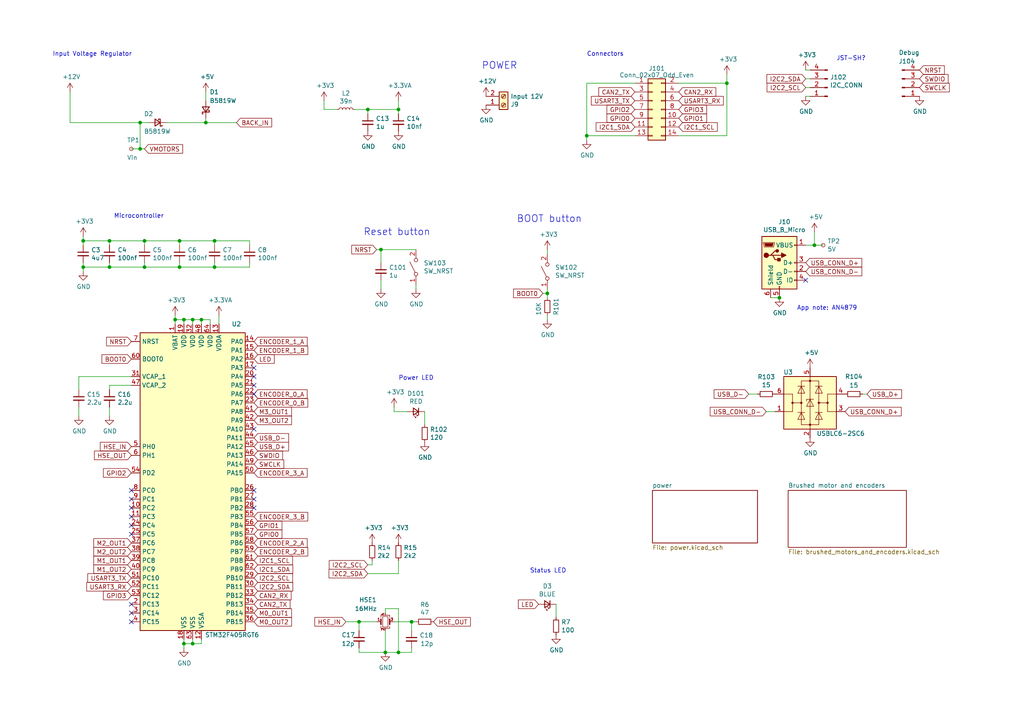
<source format=kicad_sch>
(kicad_sch (version 20230121) (generator eeschema)
  (paper "A4")
  (title_block (title "Smart motor controller") (date "2021-04-24") (rev "Sergey") (company "VsReality"))
  (lib_symbols
    (symbol "Connector:Screw_Terminal_01x02" (pin_names (offset 1.016) hide)
      (property "Reference" "J" (at 0 2.54 0))
      (property "Value" "Screw_Terminal_01x02" (at 0 -5.08 0))
      (symbol "Screw_Terminal_01x02_1_1"
        (pin passive line (at -5.08 0 0) (length 3.81) (name "Pin_1") (number "1"))
        (pin passive line (at -5.08 -2.54 0) (length 3.81) (name "Pin_2") (number "2"))
      )
    )
    (symbol "Connector:TestPoint_Small" (pin_numbers hide) (pin_names (offset 0.762) hide)
      (property "Reference" "TP" (at 0 3.81 0))
      (property "Value" "TestPoint_Small" (at 0 2.032 0))
      (symbol "TestPoint_Small_1_1"
        (pin passive line (at 0 0 90) (length 0) (name "1") (number "1"))
      )
    )
    (symbol "Connector:USB_B_Micro" (pin_names (offset 1.016))
      (property "Reference" "J" (at -5.08 11.43 0))
      (property "Value" "USB_B_Micro" (at -5.08 8.89 0))
      (symbol "USB_B_Micro_1_1"
        (pin power_out line (at 7.62 5.08 180) (length 2.54) (name "VBUS") (number "1"))
        (pin bidirectional line (at 7.62 -2.54 180) (length 2.54) (name "D-") (number "2"))
        (pin bidirectional line (at 7.62 0 180) (length 2.54) (name "D+") (number "3"))
        (pin passive line (at 7.62 -5.08 180) (length 2.54) (name "ID") (number "4"))
        (pin power_out line (at 0 -10.16 90) (length 2.54) (name "GND") (number "5"))
        (pin passive line (at -2.54 -10.16 90) (length 2.54) (name "Shield") (number "6"))
      )
    )
    (symbol "Connector_Generic:Conn_02x07_Odd_Even" (pin_names (offset 1.016) hide)
      (property "Reference" "J" (at 1.27 10.16 0))
      (property "Value" "Conn_02x07_Odd_Even" (at 1.27 -10.16 0))
      (symbol "Conn_02x07_Odd_Even_1_1"
        (pin passive line (at -5.08 7.62 0) (length 3.81) (name "Pin_1") (number "1"))
        (pin passive line (at 7.62 -2.54 180) (length 3.81) (name "Pin_10") (number "10"))
        (pin passive line (at -5.08 -5.08 0) (length 3.81) (name "Pin_11") (number "11"))
        (pin passive line (at 7.62 -5.08 180) (length 3.81) (name "Pin_12") (number "12"))
        (pin passive line (at -5.08 -7.62 0) (length 3.81) (name "Pin_13") (number "13"))
        (pin passive line (at 7.62 -7.62 180) (length 3.81) (name "Pin_14") (number "14"))
        (pin passive line (at 7.62 7.62 180) (length 3.81) (name "Pin_2") (number "2"))
        (pin passive line (at -5.08 5.08 0) (length 3.81) (name "Pin_3") (number "3"))
        (pin passive line (at 7.62 5.08 180) (length 3.81) (name "Pin_4") (number "4"))
        (pin passive line (at -5.08 2.54 0) (length 3.81) (name "Pin_5") (number "5"))
        (pin passive line (at 7.62 2.54 180) (length 3.81) (name "Pin_6") (number "6"))
        (pin passive line (at -5.08 0 0) (length 3.81) (name "Pin_7") (number "7"))
        (pin passive line (at 7.62 0 180) (length 3.81) (name "Pin_8") (number "8"))
        (pin passive line (at -5.08 -2.54 0) (length 3.81) (name "Pin_9") (number "9"))
      )
    )
    (symbol "Device:C_Small" (pin_numbers hide) (pin_names (offset 0.254) hide)
      (property "Reference" "C" (at 0.254 1.778 0))
      (property "Value" "C_Small" (at 0.254 -2.032 0))
      (symbol "C_Small_1_1"
        (pin passive line (at 0 2.54 270) (length 2.032) (name "~") (number "1"))
        (pin passive line (at 0 -2.54 90) (length 2.032) (name "~") (number "2"))
      )
    )
    (symbol "Device:Crystal_GND24_Small" (pin_names (offset 1.016) hide)
      (property "Reference" "Y" (at 1.27 4.445 0))
      (property "Value" "Crystal_GND24_Small" (at 1.27 2.54 0))
      (symbol "Crystal_GND24_Small_1_1"
        (pin passive line (at -2.54 0 0) (length 1.27) (name "1") (number "1"))
        (pin passive line (at 0 -2.54 90) (length 0.635) (name "2") (number "2"))
        (pin passive line (at 2.54 0 180) (length 1.27) (name "3") (number "3"))
        (pin passive line (at 0 2.54 270) (length 0.635) (name "4") (number "4"))
      )
    )
    (symbol "Device:D_Schottky_Small" (pin_numbers hide) (pin_names (offset 0.254) hide)
      (property "Reference" "D" (at -1.27 2.032 0))
      (property "Value" "D_Schottky_Small" (at -7.112 -2.032 0))
      (symbol "D_Schottky_Small_1_1"
        (pin passive line (at -2.54 0 0) (length 1.778) (name "K") (number "1"))
        (pin passive line (at 2.54 0 180) (length 1.778) (name "A") (number "2"))
      )
    )
    (symbol "Device:LED_Small" (pin_numbers hide) (pin_names (offset 0.254) hide)
      (property "Reference" "D" (at -1.27 3.175 0))
      (property "Value" "LED_Small" (at -4.445 -2.54 0))
      (symbol "LED_Small_1_1"
        (pin passive line (at -2.54 0 0) (length 1.778) (name "K") (number "1"))
        (pin passive line (at 2.54 0 180) (length 1.778) (name "A") (number "2"))
      )
    )
    (symbol "Device:L_Small" (pin_numbers hide) (pin_names (offset 0.254) hide)
      (property "Reference" "L" (at 0.762 1.016 0))
      (property "Value" "L_Small" (at 0.762 -1.016 0))
      (symbol "L_Small_1_1"
        (pin passive line (at 0 2.54 270) (length 0.508) (name "~") (number "1"))
        (pin passive line (at 0 -2.54 90) (length 0.508) (name "~") (number "2"))
      )
    )
    (symbol "Device:R_Small" (pin_numbers hide) (pin_names (offset 0.254) hide)
      (property "Reference" "R" (at 0.762 0.508 0))
      (property "Value" "R_Small" (at 0.762 -1.016 0))
      (symbol "R_Small_1_1"
        (pin passive line (at 0 2.54 270) (length 0.762) (name "~") (number "1"))
        (pin passive line (at 0 -2.54 90) (length 0.762) (name "~") (number "2"))
      )
    )
    (symbol "Power_Protection:USBLC6-2SC6" (pin_names hide)
      (property "Reference" "U" (at 2.54 8.89 0))
      (property "Value" "USBLC6-2SC6" (at 2.54 -8.89 0))
      (symbol "USBLC6-2SC6_1_1"
        (pin passive line (at -10.16 -2.54 0) (length 2.54) (name "I/O1") (number "1"))
        (pin passive line (at 0 -10.16 90) (length 2.54) (name "GND") (number "2"))
        (pin passive line (at 10.16 -2.54 180) (length 2.54) (name "I/O2") (number "3"))
        (pin passive line (at 10.16 2.54 180) (length 2.54) (name "I/O2") (number "4"))
        (pin passive line (at 0 10.16 270) (length 2.54) (name "VBUS") (number "5"))
        (pin passive line (at -10.16 2.54 0) (length 2.54) (name "I/O1") (number "6"))
      )
    )
    (symbol "Switch:SW_SPST" (pin_names (offset 0) hide)
      (property "Reference" "SW" (at 0 3.175 0))
      (property "Value" "SW_SPST" (at 0 -2.54 0))
      (symbol "SW_SPST_1_1"
        (pin passive line (at -5.08 0 0) (length 2.54) (name "A") (number "1"))
        (pin passive line (at 5.08 0 180) (length 2.54) (name "B") (number "2"))
      )
    )
    (symbol "power:+12V" (power) (pin_names (offset 0))
      (property "Value" "+12V" (at 0 3.556 0))
      (symbol "+12V_1_1"
        (pin power_in line (at 0 0 90) (length 0) hide (name "+12V") (number "1"))
      )
    )
    (symbol "power:+3.3VA" (power) (pin_names (offset 0))
      (property "Value" "+3.3VA" (at 0 3.556 0))
      (symbol "+3.3VA_1_1"
        (pin power_in line (at 0 0 90) (length 0) hide (name "+3.3VA") (number "1"))
      )
    )
    (symbol "power:+3V3" (power) (pin_names (offset 0))
      (property "Value" "+3V3" (at 0 3.556 0))
      (symbol "+3V3_1_1"
        (pin power_in line (at 0 0 90) (length 0) hide (name "+3V3") (number "1"))
      )
    )
    (symbol "power:+5V" (power) (pin_names (offset 0))
      (property "Value" "+5V" (at 0 3.556 0))
      (symbol "+5V_1_1"
        (pin power_in line (at 0 0 90) (length 0) hide (name "+5V") (number "1"))
      )
    )
    (symbol "power:GND" (power) (pin_names (offset 0))
      (property "Value" "GND" (at 0 -3.81 0))
      (symbol "GND_1_1"
        (pin power_in line (at 0 0 270) (length 0) hide (name "GND") (number "1"))
      )
    )
    (symbol "smart_motor_controller-rescue:Conn_01x04_Male-Connector" (pin_names (offset 1.016) hide)
      (property "Reference" "J" (at 0 5.08 0))
      (property "Value" "Connector_Conn_01x04_Male" (at 0 -7.62 0))
      (symbol "Conn_01x04_Male-Connector_1_1"
        (pin passive line (at 5.08 2.54 180) (length 3.81) (name "Pin_1") (number "1"))
        (pin passive line (at 5.08 0 180) (length 3.81) (name "Pin_2") (number "2"))
        (pin passive line (at 5.08 -2.54 180) (length 3.81) (name "Pin_3") (number "3"))
        (pin passive line (at 5.08 -5.08 180) (length 3.81) (name "Pin_4") (number "4"))
      )
    )
    (symbol "smart_motor_controller-rescue:STM32F405RGTx-MCU_ST_STM32F4"
      (property "Reference" "U" (at -15.24 44.45 0))
      (property "Value" "MCU_ST_STM32F4_STM32F405RGTx" (at 10.16 44.45 0))
      (symbol "STM32F405RGTx-MCU_ST_STM32F4_1_1"
        (pin power_in line (at -5.08 45.72 270) (length 2.54) (name "VBAT") (number "1"))
        (pin bidirectional line (at -17.78 -7.62 0) (length 2.54) (name "PC2") (number "10"))
        (pin bidirectional line (at -17.78 -10.16 0) (length 2.54) (name "PC3") (number "11"))
        (pin power_in line (at 2.54 -45.72 90) (length 2.54) (name "VSSA") (number "12"))
        (pin power_in line (at 7.62 45.72 270) (length 2.54) (name "VDDA") (number "13"))
        (pin bidirectional line (at 17.78 40.64 180) (length 2.54) (name "PA0") (number "14"))
        (pin bidirectional line (at 17.78 38.1 180) (length 2.54) (name "PA1") (number "15"))
        (pin bidirectional line (at 17.78 35.56 180) (length 2.54) (name "PA2") (number "16"))
        (pin bidirectional line (at 17.78 33.02 180) (length 2.54) (name "PA3") (number "17"))
        (pin power_in line (at -2.54 -45.72 90) (length 2.54) (name "VSS") (number "18"))
        (pin power_in line (at -2.54 45.72 270) (length 2.54) (name "VDD") (number "19"))
        (pin bidirectional line (at -17.78 -35.56 0) (length 2.54) (name "PC13") (number "2"))
        (pin bidirectional line (at 17.78 30.48 180) (length 2.54) (name "PA4") (number "20"))
        (pin bidirectional line (at 17.78 27.94 180) (length 2.54) (name "PA5") (number "21"))
        (pin bidirectional line (at 17.78 25.4 180) (length 2.54) (name "PA6") (number "22"))
        (pin bidirectional line (at 17.78 22.86 180) (length 2.54) (name "PA7") (number "23"))
        (pin bidirectional line (at -17.78 -12.7 0) (length 2.54) (name "PC4") (number "24"))
        (pin bidirectional line (at -17.78 -15.24 0) (length 2.54) (name "PC5") (number "25"))
        (pin bidirectional line (at 17.78 -2.54 180) (length 2.54) (name "PB0") (number "26"))
        (pin bidirectional line (at 17.78 -5.08 180) (length 2.54) (name "PB1") (number "27"))
        (pin bidirectional line (at 17.78 -7.62 180) (length 2.54) (name "PB2") (number "28"))
        (pin bidirectional line (at 17.78 -27.94 180) (length 2.54) (name "PB10") (number "29"))
        (pin bidirectional line (at -17.78 -38.1 0) (length 2.54) (name "PC14") (number "3"))
        (pin bidirectional line (at 17.78 -30.48 180) (length 2.54) (name "PB11") (number "30"))
        (pin power_in line (at -17.78 30.48 0) (length 2.54) (name "VCAP_1") (number "31"))
        (pin power_in line (at 0 45.72 270) (length 2.54) (name "VDD") (number "32"))
        (pin bidirectional line (at 17.78 -33.02 180) (length 2.54) (name "PB12") (number "33"))
        (pin bidirectional line (at 17.78 -35.56 180) (length 2.54) (name "PB13") (number "34"))
        (pin bidirectional line (at 17.78 -38.1 180) (length 2.54) (name "PB14") (number "35"))
        (pin bidirectional line (at 17.78 -40.64 180) (length 2.54) (name "PB15") (number "36"))
        (pin bidirectional line (at -17.78 -17.78 0) (length 2.54) (name "PC6") (number "37"))
        (pin bidirectional line (at -17.78 -20.32 0) (length 2.54) (name "PC7") (number "38"))
        (pin bidirectional line (at -17.78 -22.86 0) (length 2.54) (name "PC8") (number "39"))
        (pin bidirectional line (at -17.78 -40.64 0) (length 2.54) (name "PC15") (number "4"))
        (pin bidirectional line (at -17.78 -25.4 0) (length 2.54) (name "PC9") (number "40"))
        (pin bidirectional line (at 17.78 20.32 180) (length 2.54) (name "PA8") (number "41"))
        (pin bidirectional line (at 17.78 17.78 180) (length 2.54) (name "PA9") (number "42"))
        (pin bidirectional line (at 17.78 15.24 180) (length 2.54) (name "PA10") (number "43"))
        (pin bidirectional line (at 17.78 12.7 180) (length 2.54) (name "PA11") (number "44"))
        (pin bidirectional line (at 17.78 10.16 180) (length 2.54) (name "PA12") (number "45"))
        (pin bidirectional line (at 17.78 7.62 180) (length 2.54) (name "PA13") (number "46"))
        (pin power_in line (at -17.78 27.94 0) (length 2.54) (name "VCAP_2") (number "47"))
        (pin power_in line (at 2.54 45.72 270) (length 2.54) (name "VDD") (number "48"))
        (pin bidirectional line (at 17.78 5.08 180) (length 2.54) (name "PA14") (number "49"))
        (pin input line (at -17.78 10.16 0) (length 2.54) (name "PH0") (number "5"))
        (pin bidirectional line (at 17.78 2.54 180) (length 2.54) (name "PA15") (number "50"))
        (pin bidirectional line (at -17.78 -27.94 0) (length 2.54) (name "PC10") (number "51"))
        (pin bidirectional line (at -17.78 -30.48 0) (length 2.54) (name "PC11") (number "52"))
        (pin bidirectional line (at -17.78 -33.02 0) (length 2.54) (name "PC12") (number "53"))
        (pin bidirectional line (at -17.78 2.54 0) (length 2.54) (name "PD2") (number "54"))
        (pin bidirectional line (at 17.78 -10.16 180) (length 2.54) (name "PB3") (number "55"))
        (pin bidirectional line (at 17.78 -12.7 180) (length 2.54) (name "PB4") (number "56"))
        (pin bidirectional line (at 17.78 -15.24 180) (length 2.54) (name "PB5") (number "57"))
        (pin bidirectional line (at 17.78 -17.78 180) (length 2.54) (name "PB6") (number "58"))
        (pin bidirectional line (at 17.78 -20.32 180) (length 2.54) (name "PB7") (number "59"))
        (pin input line (at -17.78 7.62 0) (length 2.54) (name "PH1") (number "6"))
        (pin input line (at -17.78 35.56 0) (length 2.54) (name "BOOT0") (number "60"))
        (pin bidirectional line (at 17.78 -22.86 180) (length 2.54) (name "PB8") (number "61"))
        (pin bidirectional line (at 17.78 -25.4 180) (length 2.54) (name "PB9") (number "62"))
        (pin power_in line (at 0 -45.72 90) (length 2.54) (name "VSS") (number "63"))
        (pin power_in line (at 5.08 45.72 270) (length 2.54) (name "VDD") (number "64"))
        (pin input line (at -17.78 40.64 0) (length 2.54) (name "NRST") (number "7"))
        (pin bidirectional line (at -17.78 -2.54 0) (length 2.54) (name "PC0") (number "8"))
        (pin bidirectional line (at -17.78 -5.08 0) (length 2.54) (name "PC1") (number "9"))
      )
    )
  )
  (junction (at 110.49 72.39))
  (junction (at 41.91 69.85))
  (junction (at 52.07 77.47))
  (junction (at 40.64 43.18))
  (junction (at 31.75 77.47))
  (junction (at 158.75 85.09))
  (junction (at 24.13 69.85))
  (junction (at 55.88 186.69))
  (junction (at 210.82 24.13))
  (junction (at 31.75 69.85))
  (junction (at 111.76 189.23))
  (junction (at 53.34 92.71))
  (junction (at 53.34 186.69))
  (junction (at 59.69 35.56))
  (junction (at 115.57 31.75))
  (junction (at 55.88 92.71))
  (junction (at 50.8 92.71))
  (junction (at 24.13 77.47))
  (junction (at 119.38 180.34))
  (junction (at 115.57 189.23))
  (junction (at 104.14 180.34))
  (junction (at 106.68 31.75))
  (junction (at 170.18 39.37))
  (junction (at 62.23 77.47))
  (junction (at 52.07 69.85))
  (junction (at 40.64 35.56))
  (junction (at 58.42 92.71))
  (junction (at 62.23 69.85))
  (junction (at 226.06 86.36))
  (junction (at 236.22 71.12))
  (junction (at 41.91 77.47))
  (no_connect (at 73.66 114.3))
  (no_connect (at 38.1 142.24))
  (no_connect (at 233.68 81.28))
  (no_connect (at 38.1 175.26))
  (no_connect (at 38.1 177.8))
  (no_connect (at 73.66 111.76))
  (no_connect (at 38.1 149.86))
  (no_connect (at 73.66 109.22))
  (no_connect (at 73.66 144.78))
  (no_connect (at 73.66 142.24))
  (no_connect (at 73.66 124.46))
  (no_connect (at 38.1 144.78))
  (no_connect (at 38.1 180.34))
  (no_connect (at 38.1 147.32))
  (no_connect (at 73.66 147.32))
  (no_connect (at 73.66 106.68))
  (no_connect (at 38.1 154.94))
  (no_connect (at 38.1 152.4))
  (wire (pts (xy 72.39 71.12) (xy 72.39 69.85)))
  (wire (pts (xy 24.13 78.74) (xy 24.13 77.47)))
  (wire (pts (xy 115.57 166.37) (xy 115.57 162.56)))
  (wire (pts (xy 250.19 114.3) (xy 251.46 114.3)))
  (wire (pts (xy 111.76 176.53) (xy 115.57 176.53)))
  (wire (pts (xy 22.86 109.22) (xy 38.1 109.22)))
  (wire (pts (xy 106.68 166.37) (xy 115.57 166.37)))
  (wire (pts (xy 119.38 180.34) (xy 120.65 180.34)))
  (wire (pts (xy 20.32 35.56) (xy 40.64 35.56)))
  (wire (pts (xy 58.42 186.69) (xy 55.88 186.69)))
  (wire (pts (xy 48.26 35.56) (xy 59.69 35.56)))
  (wire (pts (xy 38.1 111.76) (xy 31.75 111.76)))
  (wire (pts (xy 31.75 77.47) (xy 24.13 77.47)))
  (wire (pts (xy 111.76 189.23) (xy 115.57 189.23)))
  (wire (pts (xy 63.5 91.44) (xy 63.5 93.98)))
  (wire (pts (xy 41.91 76.2) (xy 41.91 77.47)))
  (wire (pts (xy 24.13 77.47) (xy 24.13 76.2)))
  (wire (pts (xy 106.68 31.75) (xy 115.57 31.75)))
  (wire (pts (xy 62.23 69.85) (xy 72.39 69.85)))
  (wire (pts (xy 236.22 71.12) (xy 238.76 71.12)))
  (wire (pts (xy 50.8 91.44) (xy 50.8 92.71)))
  (wire (pts (xy 109.22 180.34) (xy 104.14 180.34)))
  (wire (pts (xy 115.57 33.02) (xy 115.57 31.75)))
  (wire (pts (xy 104.14 187.96) (xy 104.14 189.23)))
  (wire (pts (xy 58.42 185.42) (xy 58.42 186.69)))
  (wire (pts (xy 236.22 67.31) (xy 236.22 71.12)))
  (wire (pts (xy 93.98 31.75) (xy 97.79 31.75)))
  (wire (pts (xy 114.3 118.11) (xy 114.3 119.38)))
  (wire (pts (xy 196.85 24.13) (xy 210.82 24.13)))
  (wire (pts (xy 58.42 92.71) (xy 55.88 92.71)))
  (wire (pts (xy 22.86 118.11) (xy 22.86 120.65)))
  (wire (pts (xy 158.75 72.39) (xy 158.75 73.66)))
  (wire (pts (xy 40.64 43.18) (xy 41.91 43.18)))
  (wire (pts (xy 233.68 25.4) (xy 234.95 25.4)))
  (wire (pts (xy 62.23 76.2) (xy 62.23 77.47)))
  (wire (pts (xy 62.23 77.47) (xy 52.07 77.47)))
  (wire (pts (xy 52.07 77.47) (xy 41.91 77.47)))
  (wire (pts (xy 114.3 119.38) (xy 118.11 119.38)))
  (wire (pts (xy 104.14 189.23) (xy 111.76 189.23)))
  (wire (pts (xy 170.18 24.13) (xy 170.18 39.37)))
  (wire (pts (xy 72.39 77.47) (xy 62.23 77.47)))
  (wire (pts (xy 223.52 86.36) (xy 226.06 86.36)))
  (wire (pts (xy 31.75 71.12) (xy 31.75 69.85)))
  (wire (pts (xy 50.8 92.71) (xy 50.8 93.98)))
  (wire (pts (xy 196.85 39.37) (xy 210.82 39.37)))
  (wire (pts (xy 53.34 93.98) (xy 53.34 92.71)))
  (wire (pts (xy 52.07 71.12) (xy 52.07 69.85)))
  (wire (pts (xy 24.13 68.58) (xy 24.13 69.85)))
  (wire (pts (xy 60.96 93.98) (xy 60.96 92.71)))
  (wire (pts (xy 31.75 111.76) (xy 31.75 113.03)))
  (wire (pts (xy 22.86 113.03) (xy 22.86 109.22)))
  (wire (pts (xy 210.82 21.59) (xy 210.82 24.13)))
  (wire (pts (xy 114.3 180.34) (xy 119.38 180.34)))
  (wire (pts (xy 24.13 71.12) (xy 24.13 69.85)))
  (wire (pts (xy 55.88 186.69) (xy 53.34 186.69)))
  (wire (pts (xy 52.07 69.85) (xy 62.23 69.85)))
  (wire (pts (xy 107.95 163.83) (xy 107.95 162.56)))
  (wire (pts (xy 53.34 92.71) (xy 50.8 92.71)))
  (wire (pts (xy 184.15 24.13) (xy 170.18 24.13)))
  (wire (pts (xy 119.38 189.23) (xy 119.38 187.96)))
  (wire (pts (xy 170.18 40.64) (xy 170.18 39.37)))
  (wire (pts (xy 111.76 182.88) (xy 111.76 189.23)))
  (wire (pts (xy 41.91 69.85) (xy 52.07 69.85)))
  (wire (pts (xy 158.75 85.09) (xy 158.75 86.36)))
  (wire (pts (xy 60.96 92.71) (xy 58.42 92.71)))
  (wire (pts (xy 158.75 91.44) (xy 158.75 92.71)))
  (wire (pts (xy 120.65 72.39) (xy 110.49 72.39)))
  (wire (pts (xy 210.82 24.13) (xy 210.82 39.37)))
  (wire (pts (xy 115.57 176.53) (xy 115.57 189.23)))
  (wire (pts (xy 40.64 35.56) (xy 43.18 35.56)))
  (wire (pts (xy 120.65 82.55) (xy 120.65 83.82)))
  (wire (pts (xy 38.1 43.18) (xy 40.64 43.18)))
  (wire (pts (xy 59.69 26.67) (xy 59.69 29.21)))
  (wire (pts (xy 52.07 76.2) (xy 52.07 77.47)))
  (wire (pts (xy 31.75 69.85) (xy 41.91 69.85)))
  (wire (pts (xy 111.76 177.8) (xy 111.76 176.53)))
  (wire (pts (xy 24.13 69.85) (xy 31.75 69.85)))
  (wire (pts (xy 53.34 185.42) (xy 53.34 186.69)))
  (wire (pts (xy 161.29 175.26) (xy 161.29 179.07)))
  (wire (pts (xy 55.88 92.71) (xy 53.34 92.71)))
  (wire (pts (xy 104.14 180.34) (xy 100.33 180.34)))
  (wire (pts (xy 31.75 76.2) (xy 31.75 77.47)))
  (wire (pts (xy 55.88 93.98) (xy 55.88 92.71)))
  (wire (pts (xy 106.68 163.83) (xy 107.95 163.83)))
  (wire (pts (xy 59.69 35.56) (xy 68.58 35.56)))
  (wire (pts (xy 53.34 186.69) (xy 53.34 187.96)))
  (wire (pts (xy 110.49 76.2) (xy 110.49 72.39)))
  (wire (pts (xy 106.68 33.02) (xy 106.68 31.75)))
  (wire (pts (xy 236.22 71.12) (xy 233.68 71.12)))
  (wire (pts (xy 119.38 182.88) (xy 119.38 180.34)))
  (wire (pts (xy 62.23 71.12) (xy 62.23 69.85)))
  (wire (pts (xy 31.75 118.11) (xy 31.75 120.65)))
  (wire (pts (xy 41.91 77.47) (xy 31.75 77.47)))
  (wire (pts (xy 72.39 76.2) (xy 72.39 77.47)))
  (wire (pts (xy 233.68 22.86) (xy 234.95 22.86)))
  (wire (pts (xy 40.64 35.56) (xy 40.64 43.18)))
  (wire (pts (xy 157.48 85.09) (xy 158.75 85.09)))
  (wire (pts (xy 20.32 26.67) (xy 20.32 35.56)))
  (wire (pts (xy 59.69 34.29) (xy 59.69 35.56)))
  (wire (pts (xy 110.49 81.28) (xy 110.49 83.82)))
  (wire (pts (xy 102.87 31.75) (xy 106.68 31.75)))
  (wire (pts (xy 217.17 114.3) (xy 219.71 114.3)))
  (wire (pts (xy 41.91 71.12) (xy 41.91 69.85)))
  (wire (pts (xy 58.42 93.98) (xy 58.42 92.71)))
  (wire (pts (xy 115.57 31.75) (xy 115.57 29.21)))
  (wire (pts (xy 115.57 189.23) (xy 119.38 189.23)))
  (wire (pts (xy 158.75 83.82) (xy 158.75 85.09)))
  (wire (pts (xy 104.14 182.88) (xy 104.14 180.34)))
  (wire (pts (xy 110.49 72.39) (xy 109.22 72.39)))
  (wire (pts (xy 123.19 119.38) (xy 123.19 123.19)))
  (wire (pts (xy 184.15 39.37) (xy 170.18 39.37)))
  (wire (pts (xy 233.68 27.94) (xy 234.95 27.94)))
  (wire (pts (xy 233.68 20.32) (xy 234.95 20.32)))
  (wire (pts (xy 93.98 29.21) (xy 93.98 31.75)))
  (wire (pts (xy 55.88 185.42) (xy 55.88 186.69)))
  (wire (pts (xy 222.25 119.38) (xy 224.79 119.38)))
  (text "Reset button" (at 105.41 68.58 0) (effects (font (size 2 2)) (justify left bottom)))
  (text "Input Voltage Regulator" (at 15.24 16.51 0) (effects (font (size 1.27 1.27)) (justify left bottom)))
  (text "App note: AN4879" (at 231.14 90.17 0) (effects (font (size 1.27 1.27)) (justify left bottom)))
  (text "Status LED" (at 153.67 166.37 0) (effects (font (size 1.27 1.27)) (justify left bottom)))
  (text "POWER" (at 139.7 20.32 0) (effects (font (size 2 2)) (justify left bottom)))
  (text "BOOT button" (at 149.86 64.77 0) (effects (font (size 2 2)) (justify left bottom)))
  (text "Connectors" (at 170.18 16.51 0) (effects (font (size 1.27 1.27)) (justify left bottom)))
  (text "Power LED" (at 115.57 110.49 0) (effects (font (size 1.27 1.27)) (justify left bottom)))
  (text "JST-SH?" (at 242.57 17.78 0) (effects (font (size 1.27 1.27)) (justify left bottom)))
  (text "Microcontroller" (at 33.02 63.5 0) (effects (font (size 1.27 1.27)) (justify left bottom)))
  (global_label "I2C2_SCL" (shape input) (at 233.68 25.4 180) (property "Intersheetrefs" "${INTERSHEET_REFS}" (effects hide)))
  (global_label "M0_OUT1" (shape input) (at 73.66 177.8 0) (property "Intersheetrefs" "${INTERSHEET_REFS}" (effects hide)))
  (global_label "CAN2_RX" (shape input) (at 196.85 26.67 0) (property "Intersheetrefs" "${INTERSHEET_REFS}" (effects hide)))
  (global_label "BACK_IN" (shape input) (at 68.58 35.56 0) (property "Intersheetrefs" "${INTERSHEET_REFS}" (effects hide)))
  (global_label "I2C1_SCL" (shape input) (at 73.66 162.56 0) (property "Intersheetrefs" "${INTERSHEET_REFS}" (effects hide)))
  (global_label "USB_CONN_D+" (shape input) (at 233.68 76.2 0) (property "Intersheetrefs" "${INTERSHEET_REFS}" (effects hide)))
  (global_label "GPIO3" (shape input) (at 196.85 31.75 0) (property "Intersheetrefs" "${INTERSHEET_REFS}" (effects hide)))
  (global_label "SWDIO" (shape input) (at 266.7 22.86 0) (property "Intersheetrefs" "${INTERSHEET_REFS}" (effects hide)))
  (global_label "ENCODER_2_B" (shape input) (at 73.66 160.02 0) (property "Intersheetrefs" "${INTERSHEET_REFS}" (effects hide)))
  (global_label "CAN2_TX" (shape input) (at 184.15 26.67 180) (property "Intersheetrefs" "${INTERSHEET_REFS}" (effects hide)))
  (global_label "USB_CONN_D-" (shape input) (at 233.68 78.74 0) (property "Intersheetrefs" "${INTERSHEET_REFS}" (effects hide)))
  (global_label "CAN2_TX" (shape input) (at 73.66 175.26 0) (property "Intersheetrefs" "${INTERSHEET_REFS}" (effects hide)))
  (global_label "NRST" (shape input) (at 38.1 99.06 180) (property "Intersheetrefs" "${INTERSHEET_REFS}" (effects hide)))
  (global_label "GPIO2" (shape input) (at 184.15 31.75 180) (property "Intersheetrefs" "${INTERSHEET_REFS}" (effects hide)))
  (global_label "ENCODER_3_B" (shape input) (at 73.66 149.86 0) (property "Intersheetrefs" "${INTERSHEET_REFS}" (effects hide)))
  (global_label "M1_OUT1" (shape input) (at 38.1 162.56 180) (property "Intersheetrefs" "${INTERSHEET_REFS}" (effects hide)))
  (global_label "USB_CONN_D+" (shape input) (at 245.11 119.38 0) (property "Intersheetrefs" "${INTERSHEET_REFS}" (effects hide)))
  (global_label "USART3_RX" (shape input) (at 38.1 170.18 180) (property "Intersheetrefs" "${INTERSHEET_REFS}" (effects hide)))
  (global_label "USART3_TX" (shape input) (at 38.1 167.64 180) (property "Intersheetrefs" "${INTERSHEET_REFS}" (effects hide)))
  (global_label "USB_D+" (shape input) (at 73.66 129.54 0) (property "Intersheetrefs" "${INTERSHEET_REFS}" (effects hide)))
  (global_label "I2C2_SDA" (shape input) (at 233.68 22.86 180) (property "Intersheetrefs" "${INTERSHEET_REFS}" (effects hide)))
  (global_label "ENCODER_1_B" (shape input) (at 73.66 101.6 0) (property "Intersheetrefs" "${INTERSHEET_REFS}" (effects hide)))
  (global_label "I2C1_SCL" (shape input) (at 196.85 36.83 0) (property "Intersheetrefs" "${INTERSHEET_REFS}" (effects hide)))
  (global_label "GPIO3" (shape input) (at 38.1 172.72 180) (property "Intersheetrefs" "${INTERSHEET_REFS}" (effects hide)))
  (global_label "USB_CONN_D-" (shape input) (at 222.25 119.38 180) (property "Intersheetrefs" "${INTERSHEET_REFS}" (effects hide)))
  (global_label "GPIO0" (shape input) (at 73.66 154.94 0) (property "Intersheetrefs" "${INTERSHEET_REFS}" (effects hide)))
  (global_label "BOOT0" (shape input) (at 157.48 85.09 180) (property "Intersheetrefs" "${INTERSHEET_REFS}" (effects hide)))
  (global_label "ENCODER_1_A" (shape input) (at 73.66 99.06 0) (property "Intersheetrefs" "${INTERSHEET_REFS}" (effects hide)))
  (global_label "GPIO0" (shape input) (at 184.15 34.29 180) (property "Intersheetrefs" "${INTERSHEET_REFS}" (effects hide)))
  (global_label "HSE_OUT" (shape input) (at 125.73 180.34 0) (property "Intersheetrefs" "${INTERSHEET_REFS}" (effects hide)))
  (global_label "USB_D-" (shape input) (at 217.17 114.3 180) (property "Intersheetrefs" "${INTERSHEET_REFS}" (effects hide)))
  (global_label "NRST" (shape input) (at 109.22 72.39 180) (property "Intersheetrefs" "${INTERSHEET_REFS}" (effects hide)))
  (global_label "I2C1_SDA" (shape input) (at 184.15 36.83 180) (property "Intersheetrefs" "${INTERSHEET_REFS}" (effects hide)))
  (global_label "SWCLK" (shape input) (at 266.7 25.4 0) (property "Intersheetrefs" "${INTERSHEET_REFS}" (effects hide)))
  (global_label "SWDIO" (shape input) (at 73.66 132.08 0) (property "Intersheetrefs" "${INTERSHEET_REFS}" (effects hide)))
  (global_label "M2_OUT1" (shape input) (at 38.1 157.48 180) (property "Intersheetrefs" "${INTERSHEET_REFS}" (effects hide)))
  (global_label "M1_OUT2" (shape input) (at 38.1 165.1 180) (property "Intersheetrefs" "${INTERSHEET_REFS}" (effects hide)))
  (global_label "ENCODER_2_A" (shape input) (at 73.66 157.48 0) (property "Intersheetrefs" "${INTERSHEET_REFS}" (effects hide)))
  (global_label "USART3_TX" (shape input) (at 184.15 29.21 180) (property "Intersheetrefs" "${INTERSHEET_REFS}" (effects hide)))
  (global_label "USB_D+" (shape input) (at 251.46 114.3 0) (property "Intersheetrefs" "${INTERSHEET_REFS}" (effects hide)))
  (global_label "I2C1_SDA" (shape input) (at 73.66 165.1 0) (property "Intersheetrefs" "${INTERSHEET_REFS}" (effects hide)))
  (global_label "ENCODER_3_A" (shape input) (at 73.66 137.16 0) (property "Intersheetrefs" "${INTERSHEET_REFS}" (effects hide)))
  (global_label "ENCODER_0_A" (shape input) (at 73.66 114.3 0) (property "Intersheetrefs" "${INTERSHEET_REFS}" (effects hide)))
  (global_label "I2C2_SCL" (shape input) (at 73.66 167.64 0) (property "Intersheetrefs" "${INTERSHEET_REFS}" (effects hide)))
  (global_label "HSE_IN" (shape input) (at 100.33 180.34 180) (property "Intersheetrefs" "${INTERSHEET_REFS}" (effects hide)))
  (global_label "I2C2_SCL" (shape input) (at 106.68 163.83 180) (property "Intersheetrefs" "${INTERSHEET_REFS}" (effects hide)))
  (global_label "HSE_OUT" (shape input) (at 38.1 132.08 180) (property "Intersheetrefs" "${INTERSHEET_REFS}" (effects hide)))
  (global_label "GPIO1" (shape input) (at 196.85 34.29 0) (property "Intersheetrefs" "${INTERSHEET_REFS}" (effects hide)))
  (global_label "VMOTORS" (shape input) (at 41.91 43.18 0) (property "Intersheetrefs" "${INTERSHEET_REFS}" (effects hide)))
  (global_label "M2_OUT2" (shape input) (at 38.1 160.02 180) (property "Intersheetrefs" "${INTERSHEET_REFS}" (effects hide)))
  (global_label "CAN2_RX" (shape input) (at 73.66 172.72 0) (property "Intersheetrefs" "${INTERSHEET_REFS}" (effects hide)))
  (global_label "GPIO1" (shape input) (at 73.66 152.4 0) (property "Intersheetrefs" "${INTERSHEET_REFS}" (effects hide)))
  (global_label "USB_D-" (shape input) (at 73.66 127 0) (property "Intersheetrefs" "${INTERSHEET_REFS}" (effects hide)))
  (global_label "M0_OUT2" (shape input) (at 73.66 180.34 0) (property "Intersheetrefs" "${INTERSHEET_REFS}" (effects hide)))
  (global_label "HSE_IN" (shape input) (at 38.1 129.54 180) (property "Intersheetrefs" "${INTERSHEET_REFS}" (effects hide)))
  (global_label "SWCLK" (shape input) (at 73.66 134.62 0) (property "Intersheetrefs" "${INTERSHEET_REFS}" (effects hide)))
  (global_label "BOOT0" (shape input) (at 38.1 104.14 180) (property "Intersheetrefs" "${INTERSHEET_REFS}" (effects hide)))
  (global_label "ENCODER_0_B" (shape input) (at 73.66 116.84 0) (property "Intersheetrefs" "${INTERSHEET_REFS}" (effects hide)))
  (global_label "I2C2_SDA" (shape input) (at 106.68 166.37 180) (property "Intersheetrefs" "${INTERSHEET_REFS}" (effects hide)))
  (global_label "M3_OUT2" (shape input) (at 73.66 121.92 0) (property "Intersheetrefs" "${INTERSHEET_REFS}" (effects hide)))
  (global_label "M3_OUT1" (shape input) (at 73.66 119.38 0) (property "Intersheetrefs" "${INTERSHEET_REFS}" (effects hide)))
  (global_label "USART3_RX" (shape input) (at 196.85 29.21 0) (property "Intersheetrefs" "${INTERSHEET_REFS}" (effects hide)))
  (global_label "LED" (shape input) (at 73.66 104.14 0) (property "Intersheetrefs" "${INTERSHEET_REFS}" (effects hide)))
  (global_label "GPIO2" (shape input) (at 38.1 137.16 180) (property "Intersheetrefs" "${INTERSHEET_REFS}" (effects hide)))
  (global_label "I2C2_SDA" (shape input) (at 73.66 170.18 0) (property "Intersheetrefs" "${INTERSHEET_REFS}" (effects hide)))
  (global_label "NRST" (shape input) (at 266.7 20.32 0) (property "Intersheetrefs" "${INTERSHEET_REFS}" (effects hide)))
  (global_label "LED" (shape input) (at 156.21 175.26 180) (property "Intersheetrefs" "${INTERSHEET_REFS}" (effects hide)))
  (symbol (lib_id "smart_motor_controller-rescue:STM32F405RGTx-MCU_ST_STM32F4") (at 55.88 139.7 0) (unit 1)
    (property "Reference" "U2" (at 68.58 93.98 0))
    (property "Value" "STM32F405RGT6" (at 67.31 184.15 0))
    (property "Footprint" "Package_QFP:LQFP-64_10x10mm_P0.5mm" (effects hide))
    (property "Datasheet" "http://www.st.com/st-web-ui/static/active/en/resource/technical/document/datasheet/DM00037051.pdf" (effects hide))
    (property "LCSC Part #" "C15742" (effects hide))
  )
  (symbol (lib_id "power:+3V3") (at 50.8 91.44 0) (unit 1)
    (property "Reference" "#PWR016" (effects hide))
    (property "Value" "+3V3" (at 51.181 87.0458 0))
  )
  (symbol (lib_id "power:+3V3") (at 93.98 29.21 0) (unit 1)
    (property "Reference" "#PWR011" (effects hide))
    (property "Value" "+3V3" (at 94.361 24.8158 0))
  )
  (symbol (lib_id "Device:C_Small") (at 106.68 35.56 0) (unit 1)
    (property "Reference" "C13" (at 109.0168 34.3916 0) (effects (justify left)))
    (property "Value" "1u" (at 109.0168 36.703 0) (effects (justify left)))
    (property "Footprint" "Capacitor_SMD:C_0603_1608Metric" (effects hide))
    (property "LCSC Part #" "C2857982" (effects hide))
  )
  (symbol (lib_id "Device:C_Small") (at 115.57 35.56 0) (unit 1)
    (property "Reference" "C14" (at 117.9068 34.3916 0) (effects (justify left)))
    (property "Value" "10nf" (at 117.9068 36.703 0) (effects (justify left)))
    (property "Footprint" "Capacitor_SMD:C_0603_1608Metric" (effects hide))
    (property "LCSC Part #" "C915831" (effects hide))
  )
  (symbol (lib_id "power:+3.3VA") (at 115.57 29.21 0) (unit 1)
    (property "Reference" "#PWR012" (effects hide))
    (property "Value" "+3.3VA" (at 115.951 24.8158 0))
  )
  (symbol (lib_id "power:GND") (at 106.68 38.1 0) (unit 1)
    (property "Reference" "#PWR014" (effects hide))
    (property "Value" "GND" (at 106.807 42.4942 0))
  )
  (symbol (lib_id "power:GND") (at 115.57 38.1 0) (unit 1)
    (property "Reference" "#PWR015" (effects hide))
    (property "Value" "GND" (at 115.697 42.4942 0))
  )
  (symbol (lib_id "power:+3.3VA") (at 63.5 91.44 0) (unit 1)
    (property "Reference" "#PWR017" (effects hide))
    (property "Value" "+3.3VA" (at 63.881 87.0458 0))
  )
  (symbol (lib_id "power:GND") (at 53.34 187.96 0) (unit 1)
    (property "Reference" "#PWR027" (effects hide))
    (property "Value" "GND" (at 53.467 192.3542 0))
  )
  (symbol (lib_id "Device:C_Small") (at 31.75 73.66 0) (unit 1)
    (property "Reference" "C4" (at 34.0868 72.4916 0) (effects (justify left)))
    (property "Value" "100nf" (at 34.0868 74.803 0) (effects (justify left)))
    (property "Footprint" "Capacitor_SMD:C_0603_1608Metric" (effects hide))
    (property "LCSC Part #" "C694249" (effects hide))
  )
  (symbol (lib_id "Device:C_Small") (at 41.91 73.66 0) (unit 1)
    (property "Reference" "C5" (at 44.2468 72.4916 0) (effects (justify left)))
    (property "Value" "100nf" (at 44.2468 74.803 0) (effects (justify left)))
    (property "Footprint" "Capacitor_SMD:C_0603_1608Metric" (effects hide))
    (property "LCSC Part #" "C694249" (effects hide))
  )
  (symbol (lib_id "Device:C_Small") (at 52.07 73.66 0) (unit 1)
    (property "Reference" "C6" (at 54.4068 72.4916 0) (effects (justify left)))
    (property "Value" "100nf" (at 54.4068 74.803 0) (effects (justify left)))
    (property "Footprint" "Capacitor_SMD:C_0603_1608Metric" (effects hide))
    (property "LCSC Part #" "C694249" (effects hide))
  )
  (symbol (lib_id "Device:C_Small") (at 62.23 73.66 0) (unit 1)
    (property "Reference" "C7" (at 64.5668 72.4916 0) (effects (justify left)))
    (property "Value" "100nf" (at 64.5668 74.803 0) (effects (justify left)))
    (property "Footprint" "Capacitor_SMD:C_0603_1608Metric" (effects hide))
    (property "LCSC Part #" "C694249" (effects hide))
  )
  (symbol (lib_id "Device:C_Small") (at 72.39 73.66 0) (unit 1)
    (property "Reference" "C8" (at 74.7268 72.4916 0) (effects (justify left)))
    (property "Value" "100nf" (at 74.7268 74.803 0) (effects (justify left)))
    (property "Footprint" "Capacitor_SMD:C_0603_1608Metric" (effects hide))
    (property "LCSC Part #" "C694249" (effects hide))
  )
  (symbol (lib_id "Device:C_Small") (at 24.13 73.66 0) (unit 1)
    (property "Reference" "C3" (at 26.4668 72.4916 0) (effects (justify left)))
    (property "Value" "4u7" (at 26.4668 74.803 0) (effects (justify left)))
    (property "Footprint" "Capacitor_SMD:C_0603_1608Metric" (effects hide))
    (property "LCSC Part #" "C19666" (effects hide))
  )
  (symbol (lib_id "power:+3V3") (at 24.13 68.58 0) (unit 1)
    (property "Reference" "#PWR010" (effects hide))
    (property "Value" "+3V3" (at 24.511 64.1858 0))
  )
  (symbol (lib_id "power:GND") (at 24.13 78.74 0) (unit 1)
    (property "Reference" "#PWR013" (effects hide))
    (property "Value" "GND" (at 24.257 83.1342 0))
  )
  (symbol (lib_id "Device:C_Small") (at 31.75 115.57 0) (unit 1)
    (property "Reference" "C16" (at 34.0868 114.4016 0) (effects (justify left)))
    (property "Value" "2.2u" (at 34.0868 116.713 0) (effects (justify left)))
    (property "Footprint" "Capacitor_SMD:C_0603_1608Metric" (effects hide))
    (property "LCSC Part #" "C23630" (effects hide))
  )
  (symbol (lib_id "Device:C_Small") (at 22.86 115.57 0) (unit 1)
    (property "Reference" "C15" (at 25.1968 114.4016 0) (effects (justify left)))
    (property "Value" "2.2u" (at 25.1968 116.713 0) (effects (justify left)))
    (property "Footprint" "Capacitor_SMD:C_0603_1608Metric" (effects hide))
    (property "LCSC Part #" "C23630" (effects hide))
  )
  (symbol (lib_id "power:GND") (at 22.86 120.65 0) (unit 1)
    (property "Reference" "#PWR023" (effects hide))
    (property "Value" "GND" (at 22.987 125.0442 0))
  )
  (symbol (lib_id "power:GND") (at 31.75 120.65 0) (unit 1)
    (property "Reference" "#PWR024" (effects hide))
    (property "Value" "GND" (at 31.877 125.0442 0))
  )
  (symbol (lib_id "Device:Crystal_GND24_Small") (at 111.76 180.34 0) (unit 1)
    (property "Reference" "HSE1" (at 104.14 173.99 0) (effects (justify left)))
    (property "Value" "16MHz" (at 102.87 176.53 0) (effects (justify left)))
    (property "Footprint" "Crystal:Crystal_SMD_3225-4Pin_3.2x2.5mm" (effects hide))
    (property "LCSC Part #" "C13738" (effects hide))
  )
  (symbol (lib_id "Device:R_Small") (at 123.19 180.34 270) (unit 1)
    (property "Reference" "R6" (at 123.19 175.3616 90))
    (property "Value" "47" (at 123.19 177.673 90))
    (property "Footprint" "Resistor_SMD:R_0603_1608Metric" (effects hide))
    (property "LCSC Part #" "C1211" (effects hide))
  )
  (symbol (lib_id "power:GND") (at 111.76 189.23 0) (unit 1)
    (property "Reference" "#PWR025" (effects hide))
    (property "Value" "GND" (at 111.887 193.6242 0))
  )
  (symbol (lib_id "Device:C_Small") (at 104.14 185.42 0) (unit 1)
    (property "Reference" "C17" (at 99.06 184.15 0) (effects (justify left)))
    (property "Value" "12p" (at 99.06 186.69 0) (effects (justify left)))
    (property "Footprint" "Capacitor_SMD:C_0603_1608Metric" (effects hide))
    (property "LCSC Part #" "C1642" (effects hide))
  )
  (symbol (lib_id "Device:C_Small") (at 119.38 185.42 0) (unit 1)
    (property "Reference" "C18" (at 121.7168 184.2516 0) (effects (justify left)))
    (property "Value" "12p" (at 121.92 186.69 0) (effects (justify left)))
    (property "Footprint" "Capacitor_SMD:C_0603_1608Metric" (effects hide))
    (property "LCSC Part #" "C1642" (effects hide))
  )
  (symbol (lib_id "Device:LED_Small") (at 158.75 175.26 180) (unit 1)
    (property "Reference" "D3" (at 158.75 170.0022 0))
    (property "Value" "BLUE" (at 158.75 172.3136 0))
    (property "Footprint" "LED_SMD:LED_0603_1608Metric" (effects hide))
    (property "LCSC Part #" "C72041" (effects hide))
  )
  (symbol (lib_id "Device:R_Small") (at 161.29 181.61 0) (unit 1)
    (property "Reference" "R7" (at 162.7886 180.4416 0) (effects (justify left)))
    (property "Value" "100" (at 162.7886 182.753 0) (effects (justify left)))
    (property "Footprint" "Resistor_SMD:R_0603_1608Metric" (effects hide))
    (property "LCSC Part #" "C22775" (effects hide))
  )
  (symbol (lib_id "power:GND") (at 161.29 184.15 0) (unit 1)
    (property "Reference" "#PWR026" (effects hide))
    (property "Value" "GND" (at 161.417 188.5442 0))
  )
  (symbol (lib_id "power:+3V3") (at 210.82 21.59 0) (unit 1)
    (property "Reference" "#PWR06" (effects hide))
    (property "Value" "+3V3" (at 211.201 17.1958 0))
  )
  (symbol (lib_id "Device:L_Small") (at 100.33 31.75 90) (unit 1)
    (property "Reference" "L2" (at 100.33 27.051 90))
    (property "Value" "39n" (at 100.33 29.3624 90))
    (property "Footprint" "Inductor_SMD:L_0603_1608Metric" (effects hide))
    (property "LCSC Part #" "C964035" (effects hide))
  )
  (symbol (lib_id "power:+12V") (at 20.32 26.67 0) (unit 1)
    (property "Reference" "#PWR0101" (effects hide))
    (property "Value" "+12V" (at 20.701 22.2758 0))
  )
  (symbol (lib_id "Connector:Screw_Terminal_01x02") (at 146.05 30.48 0) (mirror x) (unit 1)
    (property "Reference" "J9" (at 148.082 30.2768 0) (effects (justify left)))
    (property "Value" "Input 12V" (at 148.082 27.9654 0) (effects (justify left)))
    (property "Footprint" "Connector_AMASS:AMASS_XT30UPB-M_1x02_P5.0mm_Vertical" (effects hide))
  )
  (symbol (lib_id "power:+12V") (at 140.97 27.94 0) (unit 1)
    (property "Reference" "#PWR0102" (effects hide))
    (property "Value" "+12V" (at 141.351 23.5458 0))
  )
  (symbol (lib_id "power:GND") (at 140.97 30.48 0) (unit 1)
    (property "Reference" "#PWR0103" (effects hide))
    (property "Value" "GND" (at 141.097 34.8742 0))
  )
  (symbol (lib_id "power:+3V3") (at 107.95 157.48 0) (unit 1)
    (property "Reference" "#PWR0112" (effects hide))
    (property "Value" "+3V3" (at 108.331 153.0858 0))
  )
  (symbol (lib_id "power:+3V3") (at 115.57 157.48 0) (unit 1)
    (property "Reference" "#PWR0111" (effects hide))
    (property "Value" "+3V3" (at 115.951 153.0858 0))
  )
  (symbol (lib_id "Device:R_Small") (at 107.95 160.02 0) (unit 1)
    (property "Reference" "R14" (at 109.4486 158.8516 0) (effects (justify left)))
    (property "Value" "2k2" (at 109.4486 161.163 0) (effects (justify left)))
    (property "Footprint" "Resistor_SMD:R_0603_1608Metric" (effects hide))
    (property "LCSC Part #" "C328351" (effects hide))
  )
  (symbol (lib_id "Device:R_Small") (at 115.57 160.02 0) (unit 1)
    (property "Reference" "R15" (at 117.0686 158.8516 0) (effects (justify left)))
    (property "Value" "2k2" (at 117.0686 161.163 0) (effects (justify left)))
    (property "Footprint" "Resistor_SMD:R_0603_1608Metric" (effects hide))
    (property "LCSC Part #" "C328351" (effects hide))
  )
  (symbol (lib_id "power:+3V3") (at 233.68 20.32 0) (unit 1)
    (property "Reference" "#PWR0104" (effects hide))
    (property "Value" "+3V3" (at 234.061 15.9258 0))
  )
  (symbol (lib_id "power:GND") (at 233.68 27.94 0) (unit 1)
    (property "Reference" "#PWR0105" (effects hide))
    (property "Value" "GND" (at 233.807 32.3342 0))
  )
  (symbol (lib_id "Connector:USB_B_Micro") (at 226.06 76.2 0) (unit 1)
    (property "Reference" "J10" (at 227.5078 64.3382 0))
    (property "Value" "USB_B_Micro" (at 227.5078 66.6496 0))
    (property "Footprint" "VsReality_Footprints:U-F-M5DD-W-L" (effects hide))
    (property "LCSC Part #" "C145792" (effects hide))
  )
  (symbol (lib_id "power:GND") (at 226.06 86.36 0) (unit 1)
    (property "Reference" "#PWR0106" (effects hide))
    (property "Value" "GND" (at 226.187 90.7542 0))
  )
  (symbol (lib_id "Power_Protection:USBLC6-2SC6") (at 234.95 116.84 0) (unit 1)
    (property "Reference" "U3" (at 228.6 107.95 0))
    (property "Value" "USBLC6-2SC6" (at 243.84 125.73 0))
    (property "Footprint" "Package_TO_SOT_SMD:SOT-23-6" (effects hide))
    (property "Datasheet" "https://www.st.com/resource/en/datasheet/usblc6-2.pdf" (effects hide))
    (property "LCSC Part #" "C7519" (effects hide))
  )
  (symbol (lib_id "power:+5V") (at 236.22 67.31 0) (unit 1)
    (property "Reference" "#PWR0107" (effects hide))
    (property "Value" "+5V" (at 236.601 62.9158 0))
  )
  (symbol (lib_id "power:GND") (at 234.95 127 0) (unit 1)
    (property "Reference" "#PWR0108" (effects hide))
    (property "Value" "GND" (at 235.077 131.3942 0))
  )
  (symbol (lib_id "power:+5V") (at 234.95 106.68 0) (unit 1)
    (property "Reference" "#PWR0109" (effects hide))
    (property "Value" "+5V" (at 235.331 102.2858 0))
  )
  (symbol (lib_id "power:+5V") (at 59.69 26.67 0) (unit 1)
    (property "Reference" "#PWR0110" (effects hide))
    (property "Value" "+5V" (at 60.071 22.2758 0))
  )
  (symbol (lib_id "Device:D_Schottky_Small") (at 59.69 31.75 90) (unit 1)
    (property "Reference" "D1" (at 63.5 26.67 90) (effects (justify left)))
    (property "Value" "B5819W" (at 68.58 29.21 90) (effects (justify left)))
    (property "Footprint" "Diode_SMD:D_SOD-123" (effects hide))
    (property "LCSC Part #" "C8598" (effects hide))
  )
  (symbol (lib_id "Device:D_Schottky_Small") (at 45.72 35.56 180) (unit 1)
    (property "Reference" "D2" (at 44.45 33.02 0) (effects (justify left)))
    (property "Value" "B5819W" (at 49.53 38.1 0) (effects (justify left)))
    (property "Footprint" "Diode_SMD:D_SOD-123" (effects hide))
    (property "LCSC Part #" "C8598" (effects hide))
  )
  (symbol (lib_id "Connector:TestPoint_Small") (at 38.1 43.18 0) (unit 1)
    (property "Reference" "TP1" (at 36.83 40.64 0) (effects (justify left)))
    (property "Value" "Vin" (at 36.83 45.72 0) (effects (justify left)))
    (property "Footprint" "TestPoint:TestPoint_Pad_D1.5mm" (effects hide))
  )
  (symbol (lib_id "Connector:TestPoint_Small") (at 238.76 71.12 0) (unit 1)
    (property "Reference" "TP2" (at 239.9792 69.9516 0) (effects (justify left)))
    (property "Value" "5V" (at 239.9792 72.263 0) (effects (justify left)))
    (property "Footprint" "TestPoint:TestPoint_Pad_D2.0mm" (effects hide))
  )
  (symbol (lib_id "Switch:SW_SPST") (at 120.65 77.47 90) (unit 1)
    (property "Reference" "SW103" (at 122.8852 76.3016 90) (effects (justify right)))
    (property "Value" "SW_NRST" (at 122.8852 78.613 90) (effects (justify right)))
    (property "Footprint" "VsReality_Footprints:Diptronics MPTFP2-V-TR SMD 2.9x3.9x2mm" (effects hide))
    (property "LCSC Part #" "C495942" (effects hide))
  )
  (symbol (lib_id "power:GND") (at 120.65 83.82 0) (unit 1)
    (property "Reference" "#PWR0114" (effects hide))
    (property "Value" "GND" (at 120.777 88.2142 0))
  )
  (symbol (lib_id "Device:C_Small") (at 110.49 78.74 0) (unit 1)
    (property "Reference" "C101" (at 112.8268 77.5716 0) (effects (justify left)))
    (property "Value" "1u" (at 112.8268 79.883 0) (effects (justify left)))
    (property "Footprint" "Capacitor_SMD:C_0603_1608Metric" (effects hide))
    (property "LCSC Part #" "C2857982" (effects hide))
  )
  (symbol (lib_id "power:GND") (at 110.49 83.82 0) (unit 1)
    (property "Reference" "#PWR0115" (effects hide))
    (property "Value" "GND" (at 110.617 88.2142 0))
  )
  (symbol (lib_id "power:GND") (at 158.75 92.71 0) (unit 1)
    (property "Reference" "#PWR0116" (effects hide))
    (property "Value" "GND" (at 158.877 97.1042 0))
  )
  (symbol (lib_id "Switch:SW_SPST") (at 158.75 78.74 90) (unit 1)
    (property "Reference" "SW102" (at 160.9852 77.5716 90) (effects (justify right)))
    (property "Value" "SW_NRST" (at 160.9852 79.883 90) (effects (justify right)))
    (property "Footprint" "VsReality_Footprints:Diptronics MPTFP2-V-TR SMD 2.9x3.9x2mm" (effects hide))
    (property "LCSC Part #" "C495942" (effects hide))
  )
  (symbol (lib_id "Device:R_Small") (at 158.75 88.9 180) (unit 1)
    (property "Reference" "R101" (at 161.29 86.36 90) (effects (justify left)))
    (property "Value" "10K" (at 156.21 87.63 90) (effects (justify left)))
    (property "Footprint" "Resistor_SMD:R_0603_1608Metric" (effects hide))
    (property "LCSC Part #" "C116677" (effects hide))
  )
  (symbol (lib_id "power:+3V3") (at 158.75 72.39 0) (unit 1)
    (property "Reference" "#PWR0117" (effects hide))
    (property "Value" "+3V3" (at 159.131 67.9958 0))
  )
  (symbol (lib_id "smart_motor_controller-rescue:Conn_01x04_Male-Connector") (at 240.03 25.4 180) (unit 1)
    (property "Reference" "J102" (at 240.7412 22.4028 0) (effects (justify right)))
    (property "Value" "I2C_CONN" (at 240.7412 24.7142 0) (effects (justify right)))
    (property "Footprint" "Connector_JST:JST_PH_B4B-PH-K_1x04_P2.00mm_Vertical" (effects hide))
  )
  (symbol (lib_id "power:GND") (at 170.18 40.64 0) (unit 1)
    (property "Reference" "#PWR0121" (effects hide))
    (property "Value" "GND" (at 170.307 45.0342 0))
  )
  (symbol (lib_id "smart_motor_controller-rescue:Conn_01x04_Male-Connector") (at 261.62 25.4 0) (mirror x) (unit 1)
    (property "Reference" "J104" (at 265.43 17.78 0) (effects (justify right)))
    (property "Value" "Debug" (at 266.7 15.24 0) (effects (justify right)))
    (property "Footprint" "Connector_PinHeader_2.54mm:PinHeader_1x04_P2.54mm_Vertical" (effects hide))
  )
  (symbol (lib_id "power:GND") (at 266.7 27.94 0) (unit 1)
    (property "Reference" "#PWR0122" (effects hide))
    (property "Value" "GND" (at 266.827 32.3342 0))
  )
  (symbol (lib_id "Device:LED_Small") (at 120.65 119.38 180) (unit 1)
    (property "Reference" "D101" (at 120.65 114.1222 0))
    (property "Value" "RED" (at 120.65 116.4336 0))
    (property "Footprint" "LED_SMD:LED_0603_1608Metric" (effects hide))
    (property "LCSC Part #" "C84263" (effects hide))
  )
  (symbol (lib_id "Device:R_Small") (at 247.65 114.3 270) (unit 1)
    (property "Reference" "R104" (at 247.65 109.22 90))
    (property "Value" "15" (at 247.65 111.76 90))
    (property "Footprint" "Resistor_SMD:R_0603_1608Metric" (effects hide))
    (property "LCSC Part #" "C25118" (effects hide))
  )
  (symbol (lib_id "power:+3V3") (at 114.3 118.11 0) (unit 1)
    (property "Reference" "#PWR0123" (effects hide))
    (property "Value" "+3V3" (at 114.681 113.7158 0))
  )
  (symbol (lib_id "Device:R_Small") (at 222.25 114.3 270) (unit 1)
    (property "Reference" "R103" (at 222.25 109.3216 90))
    (property "Value" "15" (at 222.25 111.633 90))
    (property "Footprint" "Resistor_SMD:R_0603_1608Metric" (effects hide))
    (property "LCSC Part #" "C25118" (effects hide))
  )
  (symbol (lib_id "power:GND") (at 123.19 128.27 0) (unit 1)
    (property "Reference" "#PWR0113" (effects hide))
    (property "Value" "GND" (at 123.317 132.6642 0))
  )
  (symbol (lib_id "Device:R_Small") (at 123.19 125.73 0) (unit 1)
    (property "Reference" "R102" (at 124.6886 124.5616 0) (effects (justify left)))
    (property "Value" "120" (at 124.6886 126.873 0) (effects (justify left)))
    (property "Footprint" "Resistor_SMD:R_0603_1608Metric" (effects hide))
    (property "LCSC Part #" "C3016243" (effects hide))
  )
  (symbol (lib_id "Connector_Generic:Conn_02x07_Odd_Even") (at 189.23 31.75 0) (unit 1)
    (property "Reference" "J101" (at 190.5 19.8501 0))
    (property "Value" "Conn_02x07_Odd_Even" (at 190.5 21.7711 0))
    (property "Footprint" "Connector_PinHeader_2.54mm:PinHeader_2x07_P2.54mm_Vertical" (effects hide))
  )
  (sheet (at 189.23 142.24) (size 30.48 15.24)
    (property "Sheetname" "power" (at 189.23 141.5284 0) (effects (justify left bottom)))
    (property "Sheetfile" "power.kicad_sch" (at 189.23 158.0646 0) (effects (justify left top)))
  )
  (sheet (at 228.6 142.24) (size 34.29 16.51)
    (property "Sheetname" "Brushed motor and encoders" (at 228.6 141.5284 0) (effects (justify left bottom)))
    (property "Sheetfile" "brushed_motors_and_encoders.kicad_sch" (at 228.6 159.3346 0) (effects (justify left top)))
  )
)
</source>
